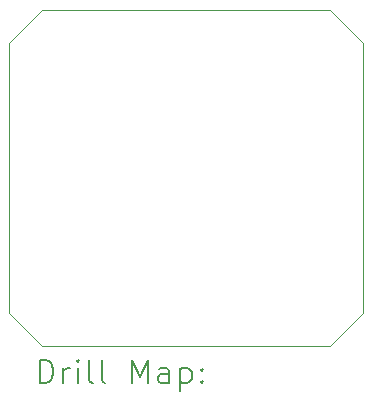
<source format=gbr>
%TF.GenerationSoftware,KiCad,Pcbnew,8.0.5*%
%TF.CreationDate,2024-10-02T19:19:46-04:00*%
%TF.ProjectId,pcb_chip,7063625f-6368-4697-902e-6b696361645f,rev?*%
%TF.SameCoordinates,Original*%
%TF.FileFunction,Drillmap*%
%TF.FilePolarity,Positive*%
%FSLAX45Y45*%
G04 Gerber Fmt 4.5, Leading zero omitted, Abs format (unit mm)*
G04 Created by KiCad (PCBNEW 8.0.5) date 2024-10-02 19:19:46*
%MOMM*%
%LPD*%
G01*
G04 APERTURE LIST*
%ADD10C,0.100000*%
%ADD11C,0.200000*%
G04 APERTURE END LIST*
D10*
X14325600Y-8255000D02*
X14325600Y-10541000D01*
X14046200Y-10820400D01*
X11607800Y-10820400D01*
X11328400Y-10541000D01*
X11328400Y-8255000D01*
X11607800Y-7975600D01*
X14046200Y-7975600D01*
X14325600Y-8255000D01*
D11*
X11584177Y-11136884D02*
X11584177Y-10936884D01*
X11584177Y-10936884D02*
X11631796Y-10936884D01*
X11631796Y-10936884D02*
X11660367Y-10946408D01*
X11660367Y-10946408D02*
X11679415Y-10965455D01*
X11679415Y-10965455D02*
X11688939Y-10984503D01*
X11688939Y-10984503D02*
X11698462Y-11022598D01*
X11698462Y-11022598D02*
X11698462Y-11051170D01*
X11698462Y-11051170D02*
X11688939Y-11089265D01*
X11688939Y-11089265D02*
X11679415Y-11108312D01*
X11679415Y-11108312D02*
X11660367Y-11127360D01*
X11660367Y-11127360D02*
X11631796Y-11136884D01*
X11631796Y-11136884D02*
X11584177Y-11136884D01*
X11784177Y-11136884D02*
X11784177Y-11003550D01*
X11784177Y-11041646D02*
X11793701Y-11022598D01*
X11793701Y-11022598D02*
X11803224Y-11013074D01*
X11803224Y-11013074D02*
X11822272Y-11003550D01*
X11822272Y-11003550D02*
X11841320Y-11003550D01*
X11907986Y-11136884D02*
X11907986Y-11003550D01*
X11907986Y-10936884D02*
X11898462Y-10946408D01*
X11898462Y-10946408D02*
X11907986Y-10955931D01*
X11907986Y-10955931D02*
X11917510Y-10946408D01*
X11917510Y-10946408D02*
X11907986Y-10936884D01*
X11907986Y-10936884D02*
X11907986Y-10955931D01*
X12031796Y-11136884D02*
X12012748Y-11127360D01*
X12012748Y-11127360D02*
X12003224Y-11108312D01*
X12003224Y-11108312D02*
X12003224Y-10936884D01*
X12136558Y-11136884D02*
X12117510Y-11127360D01*
X12117510Y-11127360D02*
X12107986Y-11108312D01*
X12107986Y-11108312D02*
X12107986Y-10936884D01*
X12365129Y-11136884D02*
X12365129Y-10936884D01*
X12365129Y-10936884D02*
X12431796Y-11079741D01*
X12431796Y-11079741D02*
X12498462Y-10936884D01*
X12498462Y-10936884D02*
X12498462Y-11136884D01*
X12679415Y-11136884D02*
X12679415Y-11032122D01*
X12679415Y-11032122D02*
X12669891Y-11013074D01*
X12669891Y-11013074D02*
X12650843Y-11003550D01*
X12650843Y-11003550D02*
X12612748Y-11003550D01*
X12612748Y-11003550D02*
X12593701Y-11013074D01*
X12679415Y-11127360D02*
X12660367Y-11136884D01*
X12660367Y-11136884D02*
X12612748Y-11136884D01*
X12612748Y-11136884D02*
X12593701Y-11127360D01*
X12593701Y-11127360D02*
X12584177Y-11108312D01*
X12584177Y-11108312D02*
X12584177Y-11089265D01*
X12584177Y-11089265D02*
X12593701Y-11070217D01*
X12593701Y-11070217D02*
X12612748Y-11060693D01*
X12612748Y-11060693D02*
X12660367Y-11060693D01*
X12660367Y-11060693D02*
X12679415Y-11051170D01*
X12774653Y-11003550D02*
X12774653Y-11203550D01*
X12774653Y-11013074D02*
X12793701Y-11003550D01*
X12793701Y-11003550D02*
X12831796Y-11003550D01*
X12831796Y-11003550D02*
X12850843Y-11013074D01*
X12850843Y-11013074D02*
X12860367Y-11022598D01*
X12860367Y-11022598D02*
X12869891Y-11041646D01*
X12869891Y-11041646D02*
X12869891Y-11098789D01*
X12869891Y-11098789D02*
X12860367Y-11117836D01*
X12860367Y-11117836D02*
X12850843Y-11127360D01*
X12850843Y-11127360D02*
X12831796Y-11136884D01*
X12831796Y-11136884D02*
X12793701Y-11136884D01*
X12793701Y-11136884D02*
X12774653Y-11127360D01*
X12955605Y-11117836D02*
X12965129Y-11127360D01*
X12965129Y-11127360D02*
X12955605Y-11136884D01*
X12955605Y-11136884D02*
X12946082Y-11127360D01*
X12946082Y-11127360D02*
X12955605Y-11117836D01*
X12955605Y-11117836D02*
X12955605Y-11136884D01*
X12955605Y-11013074D02*
X12965129Y-11022598D01*
X12965129Y-11022598D02*
X12955605Y-11032122D01*
X12955605Y-11032122D02*
X12946082Y-11022598D01*
X12946082Y-11022598D02*
X12955605Y-11013074D01*
X12955605Y-11013074D02*
X12955605Y-11032122D01*
M02*

</source>
